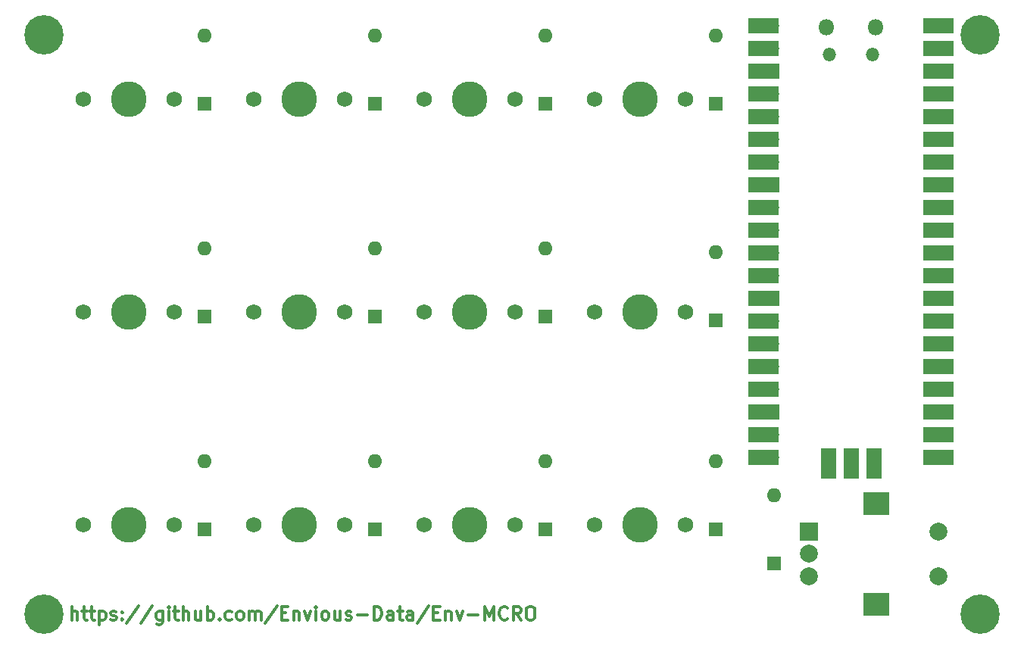
<source format=gts>
G04 #@! TF.GenerationSoftware,KiCad,Pcbnew,(5.1.10)-1*
G04 #@! TF.CreationDate,2021-11-22T08:37:42+00:00*
G04 #@! TF.ProjectId,EnvMCRO,456e764d-4352-44f2-9e6b-696361645f70,rev?*
G04 #@! TF.SameCoordinates,Original*
G04 #@! TF.FileFunction,Soldermask,Top*
G04 #@! TF.FilePolarity,Negative*
%FSLAX46Y46*%
G04 Gerber Fmt 4.6, Leading zero omitted, Abs format (unit mm)*
G04 Created by KiCad (PCBNEW (5.1.10)-1) date 2021-11-22 08:37:42*
%MOMM*%
%LPD*%
G01*
G04 APERTURE LIST*
%ADD10C,0.300000*%
%ADD11R,2.000000X2.000000*%
%ADD12C,2.000000*%
%ADD13R,3.000000X2.500000*%
%ADD14C,3.987800*%
%ADD15C,1.750000*%
%ADD16O,1.600000X1.600000*%
%ADD17R,1.600000X1.600000*%
%ADD18O,1.700000X1.700000*%
%ADD19R,1.700000X3.500000*%
%ADD20R,1.700000X1.700000*%
%ADD21O,1.500000X1.500000*%
%ADD22O,1.800000X1.800000*%
%ADD23R,3.500000X1.700000*%
%ADD24C,4.400000*%
G04 APERTURE END LIST*
D10*
X69000142Y-106679351D02*
X69000142Y-105179351D01*
X69643000Y-106679351D02*
X69643000Y-105893637D01*
X69571571Y-105750780D01*
X69428714Y-105679351D01*
X69214428Y-105679351D01*
X69071571Y-105750780D01*
X69000142Y-105822208D01*
X70143000Y-105679351D02*
X70714428Y-105679351D01*
X70357285Y-105179351D02*
X70357285Y-106465065D01*
X70428714Y-106607922D01*
X70571571Y-106679351D01*
X70714428Y-106679351D01*
X71000142Y-105679351D02*
X71571571Y-105679351D01*
X71214428Y-105179351D02*
X71214428Y-106465065D01*
X71285857Y-106607922D01*
X71428714Y-106679351D01*
X71571571Y-106679351D01*
X72071571Y-105679351D02*
X72071571Y-107179351D01*
X72071571Y-105750780D02*
X72214428Y-105679351D01*
X72500142Y-105679351D01*
X72643000Y-105750780D01*
X72714428Y-105822208D01*
X72785857Y-105965065D01*
X72785857Y-106393637D01*
X72714428Y-106536494D01*
X72643000Y-106607922D01*
X72500142Y-106679351D01*
X72214428Y-106679351D01*
X72071571Y-106607922D01*
X73357285Y-106607922D02*
X73500142Y-106679351D01*
X73785857Y-106679351D01*
X73928714Y-106607922D01*
X74000142Y-106465065D01*
X74000142Y-106393637D01*
X73928714Y-106250780D01*
X73785857Y-106179351D01*
X73571571Y-106179351D01*
X73428714Y-106107922D01*
X73357285Y-105965065D01*
X73357285Y-105893637D01*
X73428714Y-105750780D01*
X73571571Y-105679351D01*
X73785857Y-105679351D01*
X73928714Y-105750780D01*
X74643000Y-106536494D02*
X74714428Y-106607922D01*
X74643000Y-106679351D01*
X74571571Y-106607922D01*
X74643000Y-106536494D01*
X74643000Y-106679351D01*
X74643000Y-105750780D02*
X74714428Y-105822208D01*
X74643000Y-105893637D01*
X74571571Y-105822208D01*
X74643000Y-105750780D01*
X74643000Y-105893637D01*
X76428714Y-105107922D02*
X75143000Y-107036494D01*
X78000142Y-105107922D02*
X76714428Y-107036494D01*
X79143000Y-105679351D02*
X79143000Y-106893637D01*
X79071571Y-107036494D01*
X79000142Y-107107922D01*
X78857285Y-107179351D01*
X78643000Y-107179351D01*
X78500142Y-107107922D01*
X79143000Y-106607922D02*
X79000142Y-106679351D01*
X78714428Y-106679351D01*
X78571571Y-106607922D01*
X78500142Y-106536494D01*
X78428714Y-106393637D01*
X78428714Y-105965065D01*
X78500142Y-105822208D01*
X78571571Y-105750780D01*
X78714428Y-105679351D01*
X79000142Y-105679351D01*
X79143000Y-105750780D01*
X79857285Y-106679351D02*
X79857285Y-105679351D01*
X79857285Y-105179351D02*
X79785857Y-105250780D01*
X79857285Y-105322208D01*
X79928714Y-105250780D01*
X79857285Y-105179351D01*
X79857285Y-105322208D01*
X80357285Y-105679351D02*
X80928714Y-105679351D01*
X80571571Y-105179351D02*
X80571571Y-106465065D01*
X80643000Y-106607922D01*
X80785857Y-106679351D01*
X80928714Y-106679351D01*
X81428714Y-106679351D02*
X81428714Y-105179351D01*
X82071571Y-106679351D02*
X82071571Y-105893637D01*
X82000142Y-105750780D01*
X81857285Y-105679351D01*
X81643000Y-105679351D01*
X81500142Y-105750780D01*
X81428714Y-105822208D01*
X83428714Y-105679351D02*
X83428714Y-106679351D01*
X82785857Y-105679351D02*
X82785857Y-106465065D01*
X82857285Y-106607922D01*
X83000142Y-106679351D01*
X83214428Y-106679351D01*
X83357285Y-106607922D01*
X83428714Y-106536494D01*
X84143000Y-106679351D02*
X84143000Y-105179351D01*
X84143000Y-105750780D02*
X84285857Y-105679351D01*
X84571571Y-105679351D01*
X84714428Y-105750780D01*
X84785857Y-105822208D01*
X84857285Y-105965065D01*
X84857285Y-106393637D01*
X84785857Y-106536494D01*
X84714428Y-106607922D01*
X84571571Y-106679351D01*
X84285857Y-106679351D01*
X84143000Y-106607922D01*
X85500142Y-106536494D02*
X85571571Y-106607922D01*
X85500142Y-106679351D01*
X85428714Y-106607922D01*
X85500142Y-106536494D01*
X85500142Y-106679351D01*
X86857285Y-106607922D02*
X86714428Y-106679351D01*
X86428714Y-106679351D01*
X86285857Y-106607922D01*
X86214428Y-106536494D01*
X86143000Y-106393637D01*
X86143000Y-105965065D01*
X86214428Y-105822208D01*
X86285857Y-105750780D01*
X86428714Y-105679351D01*
X86714428Y-105679351D01*
X86857285Y-105750780D01*
X87714428Y-106679351D02*
X87571571Y-106607922D01*
X87500142Y-106536494D01*
X87428714Y-106393637D01*
X87428714Y-105965065D01*
X87500142Y-105822208D01*
X87571571Y-105750780D01*
X87714428Y-105679351D01*
X87928714Y-105679351D01*
X88071571Y-105750780D01*
X88143000Y-105822208D01*
X88214428Y-105965065D01*
X88214428Y-106393637D01*
X88143000Y-106536494D01*
X88071571Y-106607922D01*
X87928714Y-106679351D01*
X87714428Y-106679351D01*
X88857285Y-106679351D02*
X88857285Y-105679351D01*
X88857285Y-105822208D02*
X88928714Y-105750780D01*
X89071571Y-105679351D01*
X89285857Y-105679351D01*
X89428714Y-105750780D01*
X89500142Y-105893637D01*
X89500142Y-106679351D01*
X89500142Y-105893637D02*
X89571571Y-105750780D01*
X89714428Y-105679351D01*
X89928714Y-105679351D01*
X90071571Y-105750780D01*
X90143000Y-105893637D01*
X90143000Y-106679351D01*
X91928714Y-105107922D02*
X90643000Y-107036494D01*
X92428714Y-105893637D02*
X92928714Y-105893637D01*
X93143000Y-106679351D02*
X92428714Y-106679351D01*
X92428714Y-105179351D01*
X93143000Y-105179351D01*
X93785857Y-105679351D02*
X93785857Y-106679351D01*
X93785857Y-105822208D02*
X93857285Y-105750780D01*
X94000142Y-105679351D01*
X94214428Y-105679351D01*
X94357285Y-105750780D01*
X94428714Y-105893637D01*
X94428714Y-106679351D01*
X95000142Y-105679351D02*
X95357285Y-106679351D01*
X95714428Y-105679351D01*
X96285857Y-106679351D02*
X96285857Y-105679351D01*
X96285857Y-105179351D02*
X96214428Y-105250780D01*
X96285857Y-105322208D01*
X96357285Y-105250780D01*
X96285857Y-105179351D01*
X96285857Y-105322208D01*
X97214428Y-106679351D02*
X97071571Y-106607922D01*
X97000142Y-106536494D01*
X96928714Y-106393637D01*
X96928714Y-105965065D01*
X97000142Y-105822208D01*
X97071571Y-105750780D01*
X97214428Y-105679351D01*
X97428714Y-105679351D01*
X97571571Y-105750780D01*
X97643000Y-105822208D01*
X97714428Y-105965065D01*
X97714428Y-106393637D01*
X97643000Y-106536494D01*
X97571571Y-106607922D01*
X97428714Y-106679351D01*
X97214428Y-106679351D01*
X99000142Y-105679351D02*
X99000142Y-106679351D01*
X98357285Y-105679351D02*
X98357285Y-106465065D01*
X98428714Y-106607922D01*
X98571571Y-106679351D01*
X98785857Y-106679351D01*
X98928714Y-106607922D01*
X99000142Y-106536494D01*
X99643000Y-106607922D02*
X99785857Y-106679351D01*
X100071571Y-106679351D01*
X100214428Y-106607922D01*
X100285857Y-106465065D01*
X100285857Y-106393637D01*
X100214428Y-106250780D01*
X100071571Y-106179351D01*
X99857285Y-106179351D01*
X99714428Y-106107922D01*
X99643000Y-105965065D01*
X99643000Y-105893637D01*
X99714428Y-105750780D01*
X99857285Y-105679351D01*
X100071571Y-105679351D01*
X100214428Y-105750780D01*
X100928714Y-106107922D02*
X102071571Y-106107922D01*
X102785857Y-106679351D02*
X102785857Y-105179351D01*
X103143000Y-105179351D01*
X103357285Y-105250780D01*
X103500142Y-105393637D01*
X103571571Y-105536494D01*
X103643000Y-105822208D01*
X103643000Y-106036494D01*
X103571571Y-106322208D01*
X103500142Y-106465065D01*
X103357285Y-106607922D01*
X103143000Y-106679351D01*
X102785857Y-106679351D01*
X104928714Y-106679351D02*
X104928714Y-105893637D01*
X104857285Y-105750780D01*
X104714428Y-105679351D01*
X104428714Y-105679351D01*
X104285857Y-105750780D01*
X104928714Y-106607922D02*
X104785857Y-106679351D01*
X104428714Y-106679351D01*
X104285857Y-106607922D01*
X104214428Y-106465065D01*
X104214428Y-106322208D01*
X104285857Y-106179351D01*
X104428714Y-106107922D01*
X104785857Y-106107922D01*
X104928714Y-106036494D01*
X105428714Y-105679351D02*
X106000142Y-105679351D01*
X105643000Y-105179351D02*
X105643000Y-106465065D01*
X105714428Y-106607922D01*
X105857285Y-106679351D01*
X106000142Y-106679351D01*
X107143000Y-106679351D02*
X107143000Y-105893637D01*
X107071571Y-105750780D01*
X106928714Y-105679351D01*
X106643000Y-105679351D01*
X106500142Y-105750780D01*
X107143000Y-106607922D02*
X107000142Y-106679351D01*
X106643000Y-106679351D01*
X106500142Y-106607922D01*
X106428714Y-106465065D01*
X106428714Y-106322208D01*
X106500142Y-106179351D01*
X106643000Y-106107922D01*
X107000142Y-106107922D01*
X107143000Y-106036494D01*
X108928714Y-105107922D02*
X107643000Y-107036494D01*
X109428714Y-105893637D02*
X109928714Y-105893637D01*
X110143000Y-106679351D02*
X109428714Y-106679351D01*
X109428714Y-105179351D01*
X110143000Y-105179351D01*
X110785857Y-105679351D02*
X110785857Y-106679351D01*
X110785857Y-105822208D02*
X110857285Y-105750780D01*
X111000142Y-105679351D01*
X111214428Y-105679351D01*
X111357285Y-105750780D01*
X111428714Y-105893637D01*
X111428714Y-106679351D01*
X112000142Y-105679351D02*
X112357285Y-106679351D01*
X112714428Y-105679351D01*
X113285857Y-106107922D02*
X114428714Y-106107922D01*
X115143000Y-106679351D02*
X115143000Y-105179351D01*
X115643000Y-106250780D01*
X116143000Y-105179351D01*
X116143000Y-106679351D01*
X117714428Y-106536494D02*
X117643000Y-106607922D01*
X117428714Y-106679351D01*
X117285857Y-106679351D01*
X117071571Y-106607922D01*
X116928714Y-106465065D01*
X116857285Y-106322208D01*
X116785857Y-106036494D01*
X116785857Y-105822208D01*
X116857285Y-105536494D01*
X116928714Y-105393637D01*
X117071571Y-105250780D01*
X117285857Y-105179351D01*
X117428714Y-105179351D01*
X117643000Y-105250780D01*
X117714428Y-105322208D01*
X119214428Y-106679351D02*
X118714428Y-105965065D01*
X118357285Y-106679351D02*
X118357285Y-105179351D01*
X118928714Y-105179351D01*
X119071571Y-105250780D01*
X119143000Y-105322208D01*
X119214428Y-105465065D01*
X119214428Y-105679351D01*
X119143000Y-105822208D01*
X119071571Y-105893637D01*
X118928714Y-105965065D01*
X118357285Y-105965065D01*
X120143000Y-105179351D02*
X120428714Y-105179351D01*
X120571571Y-105250780D01*
X120714428Y-105393637D01*
X120785857Y-105679351D01*
X120785857Y-106179351D01*
X120714428Y-106465065D01*
X120571571Y-106607922D01*
X120428714Y-106679351D01*
X120143000Y-106679351D01*
X120000142Y-106607922D01*
X119857285Y-106465065D01*
X119785857Y-106179351D01*
X119785857Y-105679351D01*
X119857285Y-105393637D01*
X120000142Y-105250780D01*
X120143000Y-105179351D01*
D11*
X151400000Y-96800000D03*
D12*
X151400000Y-99300000D03*
X151400000Y-101800000D03*
D13*
X158900000Y-93700000D03*
X158900000Y-104900000D03*
D12*
X165900000Y-96800000D03*
X165900000Y-101800000D03*
D14*
X94385000Y-48435000D03*
D15*
X89305000Y-48435000D03*
X99465000Y-48435000D03*
D14*
X132485000Y-48435000D03*
D15*
X127405000Y-48435000D03*
X137565000Y-48435000D03*
D14*
X75335000Y-72247500D03*
D15*
X70255000Y-72247500D03*
X80415000Y-72247500D03*
D14*
X94385000Y-72247500D03*
D15*
X89305000Y-72247500D03*
X99465000Y-72247500D03*
D14*
X113435000Y-72247500D03*
D15*
X108355000Y-72247500D03*
X118515000Y-72247500D03*
D14*
X132485000Y-72247500D03*
D15*
X127405000Y-72247500D03*
X137565000Y-72247500D03*
D14*
X75335000Y-96060000D03*
D15*
X70255000Y-96060000D03*
X80415000Y-96060000D03*
D14*
X94385000Y-96060000D03*
D15*
X89305000Y-96060000D03*
X99465000Y-96060000D03*
D14*
X113435000Y-96060000D03*
D15*
X108355000Y-96060000D03*
X118515000Y-96060000D03*
D16*
X83860000Y-41315000D03*
D17*
X83860000Y-48935000D03*
D16*
X102910000Y-41315000D03*
D17*
X102910000Y-48935000D03*
D16*
X121960000Y-41315000D03*
D17*
X121960000Y-48935000D03*
D16*
X141010000Y-41315000D03*
D17*
X141010000Y-48935000D03*
D16*
X83860000Y-65127500D03*
D17*
X83860000Y-72747500D03*
D16*
X102910000Y-65127500D03*
D17*
X102910000Y-72747500D03*
D16*
X121960000Y-65127500D03*
D17*
X121960000Y-72747500D03*
D16*
X141010000Y-65527500D03*
D17*
X141010000Y-73147500D03*
D16*
X83860000Y-88940000D03*
D17*
X83860000Y-96560000D03*
D16*
X102910000Y-88940000D03*
D17*
X102910000Y-96560000D03*
D16*
X121960000Y-88940000D03*
D17*
X121960000Y-96560000D03*
D16*
X141010000Y-88940000D03*
D17*
X141010000Y-96560000D03*
D14*
X75335000Y-48435000D03*
D15*
X70255000Y-48435000D03*
X80415000Y-48435000D03*
D14*
X113435000Y-48435000D03*
D15*
X108355000Y-48435000D03*
X118515000Y-48435000D03*
D18*
X158640000Y-88300000D03*
D19*
X158640000Y-89200000D03*
D20*
X156100000Y-88300000D03*
D19*
X156100000Y-89200000D03*
D18*
X153560000Y-88300000D03*
D19*
X153560000Y-89200000D03*
D21*
X158525000Y-43430000D03*
X153675000Y-43430000D03*
D22*
X158825000Y-40400000D03*
X153375000Y-40400000D03*
D23*
X165890000Y-88530000D03*
X165890000Y-85990000D03*
X165890000Y-83450000D03*
X165890000Y-80910000D03*
X165890000Y-78370000D03*
X165890000Y-75830000D03*
X165890000Y-73290000D03*
X165890000Y-70750000D03*
X165890000Y-68210000D03*
X165890000Y-65670000D03*
X165890000Y-63130000D03*
X165890000Y-60590000D03*
X165890000Y-58050000D03*
X165890000Y-55510000D03*
X165890000Y-52970000D03*
X165890000Y-50430000D03*
X165890000Y-47890000D03*
X165890000Y-45350000D03*
X165890000Y-42810000D03*
X165890000Y-40270000D03*
X146310000Y-88530000D03*
X146310000Y-85990000D03*
X146310000Y-83450000D03*
X146310000Y-80910000D03*
X146310000Y-78370000D03*
X146310000Y-75830000D03*
X146310000Y-73290000D03*
X146310000Y-70750000D03*
X146310000Y-68210000D03*
X146310000Y-65670000D03*
X146310000Y-63130000D03*
X146310000Y-60590000D03*
X146310000Y-58050000D03*
X146310000Y-55510000D03*
X146310000Y-52970000D03*
X146310000Y-50430000D03*
X146310000Y-47890000D03*
X146310000Y-45350000D03*
X146310000Y-42810000D03*
X146310000Y-40270000D03*
D18*
X164990000Y-40270000D03*
X164990000Y-42810000D03*
D20*
X164990000Y-45350000D03*
D18*
X164990000Y-47890000D03*
X164990000Y-50430000D03*
X164990000Y-52970000D03*
X164990000Y-55510000D03*
D20*
X164990000Y-58050000D03*
D18*
X164990000Y-60590000D03*
X164990000Y-63130000D03*
X164990000Y-65670000D03*
X164990000Y-68210000D03*
D20*
X164990000Y-70750000D03*
D18*
X164990000Y-73290000D03*
X164990000Y-75830000D03*
X164990000Y-78370000D03*
X164990000Y-80910000D03*
D20*
X164990000Y-83450000D03*
D18*
X164990000Y-85990000D03*
X164990000Y-88530000D03*
X147210000Y-88530000D03*
X147210000Y-85990000D03*
D20*
X147210000Y-83450000D03*
D18*
X147210000Y-80910000D03*
X147210000Y-78370000D03*
X147210000Y-75830000D03*
X147210000Y-73290000D03*
D20*
X147210000Y-70750000D03*
D18*
X147210000Y-68210000D03*
X147210000Y-65670000D03*
X147210000Y-63130000D03*
X147210000Y-60590000D03*
D20*
X147210000Y-58050000D03*
D18*
X147210000Y-55510000D03*
X147210000Y-52970000D03*
X147210000Y-50430000D03*
X147210000Y-47890000D03*
D20*
X147210000Y-45350000D03*
D18*
X147210000Y-42810000D03*
X147210000Y-40270000D03*
D14*
X132485000Y-96060000D03*
D15*
X127405000Y-96060000D03*
X137565000Y-96060000D03*
D16*
X147500000Y-92700000D03*
D17*
X147500000Y-100320000D03*
D24*
X170500000Y-41300000D03*
X65900000Y-106000000D03*
X65900000Y-41300000D03*
X170500000Y-106000000D03*
M02*

</source>
